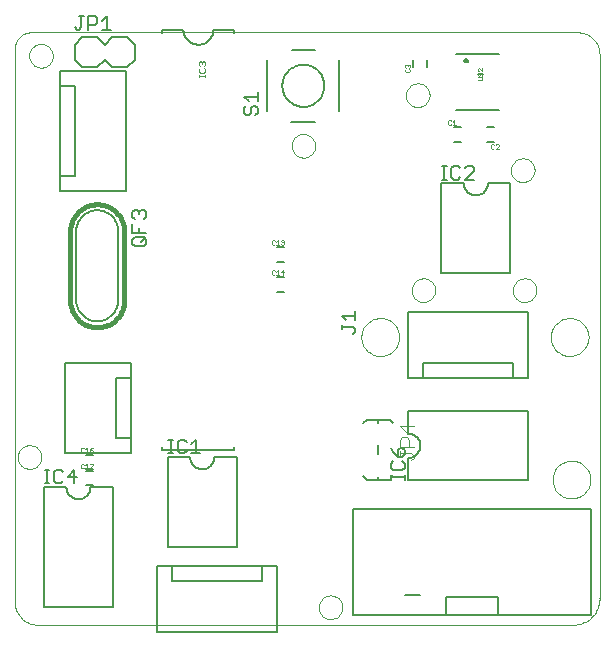
<source format=gto>
G75*
G70*
%OFA0B0*%
%FSLAX24Y24*%
%IPPOS*%
%LPD*%
%AMOC8*
5,1,8,0,0,1.08239X$1,22.5*
%
%ADD10C,0.0000*%
%ADD11C,0.0080*%
%ADD12C,0.0020*%
%ADD13C,0.0060*%
%ADD14C,0.0010*%
%ADD15C,0.0050*%
%ADD16C,0.0160*%
%ADD17C,0.0040*%
D10*
X001041Y000425D02*
X018944Y000425D01*
X018943Y000425D02*
X019001Y000428D01*
X019058Y000436D01*
X019114Y000448D01*
X019170Y000463D01*
X019224Y000481D01*
X019277Y000503D01*
X019329Y000529D01*
X019379Y000558D01*
X019427Y000590D01*
X019472Y000625D01*
X019515Y000663D01*
X019556Y000704D01*
X019594Y000748D01*
X019629Y000793D01*
X019661Y000841D01*
X019689Y000891D01*
X019715Y000943D01*
X019736Y000996D01*
X019755Y001051D01*
X019770Y001107D01*
X019781Y001163D01*
X019788Y001220D01*
X019792Y001278D01*
X019791Y001335D01*
X019792Y001335D02*
X019792Y019447D01*
X019790Y019499D01*
X019785Y019550D01*
X019775Y019601D01*
X019763Y019651D01*
X019746Y019700D01*
X019726Y019748D01*
X019703Y019794D01*
X019677Y019839D01*
X019647Y019881D01*
X019615Y019922D01*
X019580Y019960D01*
X019542Y019995D01*
X019501Y020027D01*
X019459Y020057D01*
X019414Y020083D01*
X019368Y020106D01*
X019320Y020126D01*
X019271Y020143D01*
X019221Y020155D01*
X019170Y020165D01*
X019119Y020170D01*
X019067Y020172D01*
X000841Y020172D01*
X000796Y020170D01*
X000751Y020165D01*
X000707Y020155D01*
X000664Y020143D01*
X000622Y020126D01*
X000582Y020106D01*
X000543Y020083D01*
X000507Y020057D01*
X000473Y020028D01*
X000441Y019996D01*
X000412Y019962D01*
X000386Y019926D01*
X000363Y019887D01*
X000343Y019847D01*
X000326Y019805D01*
X000314Y019762D01*
X000304Y019718D01*
X000299Y019673D01*
X000297Y019628D01*
X000297Y001232D01*
X000296Y001177D01*
X000300Y001121D01*
X000308Y001066D01*
X000319Y001012D01*
X000335Y000959D01*
X000354Y000907D01*
X000377Y000856D01*
X000403Y000808D01*
X000433Y000761D01*
X000466Y000716D01*
X000502Y000674D01*
X000541Y000635D01*
X000583Y000598D01*
X000627Y000565D01*
X000673Y000535D01*
X000722Y000508D01*
X000772Y000485D01*
X000824Y000465D01*
X000877Y000449D01*
X000932Y000437D01*
X000986Y000429D01*
X001042Y000425D01*
X000403Y006017D02*
X000405Y006056D01*
X000411Y006095D01*
X000421Y006133D01*
X000434Y006170D01*
X000451Y006205D01*
X000471Y006239D01*
X000495Y006270D01*
X000522Y006299D01*
X000551Y006325D01*
X000583Y006348D01*
X000617Y006368D01*
X000653Y006384D01*
X000690Y006396D01*
X000729Y006405D01*
X000768Y006410D01*
X000807Y006411D01*
X000846Y006408D01*
X000885Y006401D01*
X000922Y006390D01*
X000959Y006376D01*
X000994Y006358D01*
X001027Y006337D01*
X001058Y006312D01*
X001086Y006285D01*
X001111Y006255D01*
X001133Y006222D01*
X001152Y006188D01*
X001167Y006152D01*
X001179Y006114D01*
X001187Y006076D01*
X001191Y006037D01*
X001191Y005997D01*
X001187Y005958D01*
X001179Y005920D01*
X001167Y005882D01*
X001152Y005846D01*
X001133Y005812D01*
X001111Y005779D01*
X001086Y005749D01*
X001058Y005722D01*
X001027Y005697D01*
X000994Y005676D01*
X000959Y005658D01*
X000922Y005644D01*
X000885Y005633D01*
X000846Y005626D01*
X000807Y005623D01*
X000768Y005624D01*
X000729Y005629D01*
X000690Y005638D01*
X000653Y005650D01*
X000617Y005666D01*
X000583Y005686D01*
X000551Y005709D01*
X000522Y005735D01*
X000495Y005764D01*
X000471Y005795D01*
X000451Y005829D01*
X000434Y005864D01*
X000421Y005901D01*
X000411Y005939D01*
X000405Y005978D01*
X000403Y006017D01*
X009528Y016392D02*
X009530Y016431D01*
X009536Y016470D01*
X009546Y016508D01*
X009559Y016545D01*
X009576Y016580D01*
X009596Y016614D01*
X009620Y016645D01*
X009647Y016674D01*
X009676Y016700D01*
X009708Y016723D01*
X009742Y016743D01*
X009778Y016759D01*
X009815Y016771D01*
X009854Y016780D01*
X009893Y016785D01*
X009932Y016786D01*
X009971Y016783D01*
X010010Y016776D01*
X010047Y016765D01*
X010084Y016751D01*
X010119Y016733D01*
X010152Y016712D01*
X010183Y016687D01*
X010211Y016660D01*
X010236Y016630D01*
X010258Y016597D01*
X010277Y016563D01*
X010292Y016527D01*
X010304Y016489D01*
X010312Y016451D01*
X010316Y016412D01*
X010316Y016372D01*
X010312Y016333D01*
X010304Y016295D01*
X010292Y016257D01*
X010277Y016221D01*
X010258Y016187D01*
X010236Y016154D01*
X010211Y016124D01*
X010183Y016097D01*
X010152Y016072D01*
X010119Y016051D01*
X010084Y016033D01*
X010047Y016019D01*
X010010Y016008D01*
X009971Y016001D01*
X009932Y015998D01*
X009893Y015999D01*
X009854Y016004D01*
X009815Y016013D01*
X009778Y016025D01*
X009742Y016041D01*
X009708Y016061D01*
X009676Y016084D01*
X009647Y016110D01*
X009620Y016139D01*
X009596Y016170D01*
X009576Y016204D01*
X009559Y016239D01*
X009546Y016276D01*
X009536Y016314D01*
X009530Y016353D01*
X009528Y016392D01*
X013340Y018080D02*
X013342Y018119D01*
X013348Y018158D01*
X013358Y018196D01*
X013371Y018233D01*
X013388Y018268D01*
X013408Y018302D01*
X013432Y018333D01*
X013459Y018362D01*
X013488Y018388D01*
X013520Y018411D01*
X013554Y018431D01*
X013590Y018447D01*
X013627Y018459D01*
X013666Y018468D01*
X013705Y018473D01*
X013744Y018474D01*
X013783Y018471D01*
X013822Y018464D01*
X013859Y018453D01*
X013896Y018439D01*
X013931Y018421D01*
X013964Y018400D01*
X013995Y018375D01*
X014023Y018348D01*
X014048Y018318D01*
X014070Y018285D01*
X014089Y018251D01*
X014104Y018215D01*
X014116Y018177D01*
X014124Y018139D01*
X014128Y018100D01*
X014128Y018060D01*
X014124Y018021D01*
X014116Y017983D01*
X014104Y017945D01*
X014089Y017909D01*
X014070Y017875D01*
X014048Y017842D01*
X014023Y017812D01*
X013995Y017785D01*
X013964Y017760D01*
X013931Y017739D01*
X013896Y017721D01*
X013859Y017707D01*
X013822Y017696D01*
X013783Y017689D01*
X013744Y017686D01*
X013705Y017687D01*
X013666Y017692D01*
X013627Y017701D01*
X013590Y017713D01*
X013554Y017729D01*
X013520Y017749D01*
X013488Y017772D01*
X013459Y017798D01*
X013432Y017827D01*
X013408Y017858D01*
X013388Y017892D01*
X013371Y017927D01*
X013358Y017964D01*
X013348Y018002D01*
X013342Y018041D01*
X013340Y018080D01*
X016840Y015580D02*
X016842Y015619D01*
X016848Y015658D01*
X016858Y015696D01*
X016871Y015733D01*
X016888Y015768D01*
X016908Y015802D01*
X016932Y015833D01*
X016959Y015862D01*
X016988Y015888D01*
X017020Y015911D01*
X017054Y015931D01*
X017090Y015947D01*
X017127Y015959D01*
X017166Y015968D01*
X017205Y015973D01*
X017244Y015974D01*
X017283Y015971D01*
X017322Y015964D01*
X017359Y015953D01*
X017396Y015939D01*
X017431Y015921D01*
X017464Y015900D01*
X017495Y015875D01*
X017523Y015848D01*
X017548Y015818D01*
X017570Y015785D01*
X017589Y015751D01*
X017604Y015715D01*
X017616Y015677D01*
X017624Y015639D01*
X017628Y015600D01*
X017628Y015560D01*
X017624Y015521D01*
X017616Y015483D01*
X017604Y015445D01*
X017589Y015409D01*
X017570Y015375D01*
X017548Y015342D01*
X017523Y015312D01*
X017495Y015285D01*
X017464Y015260D01*
X017431Y015239D01*
X017396Y015221D01*
X017359Y015207D01*
X017322Y015196D01*
X017283Y015189D01*
X017244Y015186D01*
X017205Y015187D01*
X017166Y015192D01*
X017127Y015201D01*
X017090Y015213D01*
X017054Y015229D01*
X017020Y015249D01*
X016988Y015272D01*
X016959Y015298D01*
X016932Y015327D01*
X016908Y015358D01*
X016888Y015392D01*
X016871Y015427D01*
X016858Y015464D01*
X016848Y015502D01*
X016842Y015541D01*
X016840Y015580D01*
X016903Y011580D02*
X016905Y011619D01*
X016911Y011658D01*
X016921Y011696D01*
X016934Y011733D01*
X016951Y011768D01*
X016971Y011802D01*
X016995Y011833D01*
X017022Y011862D01*
X017051Y011888D01*
X017083Y011911D01*
X017117Y011931D01*
X017153Y011947D01*
X017190Y011959D01*
X017229Y011968D01*
X017268Y011973D01*
X017307Y011974D01*
X017346Y011971D01*
X017385Y011964D01*
X017422Y011953D01*
X017459Y011939D01*
X017494Y011921D01*
X017527Y011900D01*
X017558Y011875D01*
X017586Y011848D01*
X017611Y011818D01*
X017633Y011785D01*
X017652Y011751D01*
X017667Y011715D01*
X017679Y011677D01*
X017687Y011639D01*
X017691Y011600D01*
X017691Y011560D01*
X017687Y011521D01*
X017679Y011483D01*
X017667Y011445D01*
X017652Y011409D01*
X017633Y011375D01*
X017611Y011342D01*
X017586Y011312D01*
X017558Y011285D01*
X017527Y011260D01*
X017494Y011239D01*
X017459Y011221D01*
X017422Y011207D01*
X017385Y011196D01*
X017346Y011189D01*
X017307Y011186D01*
X017268Y011187D01*
X017229Y011192D01*
X017190Y011201D01*
X017153Y011213D01*
X017117Y011229D01*
X017083Y011249D01*
X017051Y011272D01*
X017022Y011298D01*
X016995Y011327D01*
X016971Y011358D01*
X016951Y011392D01*
X016934Y011427D01*
X016921Y011464D01*
X016911Y011502D01*
X016905Y011541D01*
X016903Y011580D01*
X018167Y010017D02*
X018169Y010067D01*
X018175Y010117D01*
X018185Y010166D01*
X018199Y010214D01*
X018216Y010261D01*
X018237Y010306D01*
X018262Y010350D01*
X018290Y010391D01*
X018322Y010430D01*
X018356Y010467D01*
X018393Y010501D01*
X018433Y010531D01*
X018475Y010558D01*
X018519Y010582D01*
X018565Y010603D01*
X018612Y010619D01*
X018660Y010632D01*
X018710Y010641D01*
X018759Y010646D01*
X018810Y010647D01*
X018860Y010644D01*
X018909Y010637D01*
X018958Y010626D01*
X019006Y010611D01*
X019052Y010593D01*
X019097Y010571D01*
X019140Y010545D01*
X019181Y010516D01*
X019220Y010484D01*
X019256Y010449D01*
X019288Y010411D01*
X019318Y010371D01*
X019345Y010328D01*
X019368Y010284D01*
X019387Y010238D01*
X019403Y010190D01*
X019415Y010141D01*
X019423Y010092D01*
X019427Y010042D01*
X019427Y009992D01*
X019423Y009942D01*
X019415Y009893D01*
X019403Y009844D01*
X019387Y009796D01*
X019368Y009750D01*
X019345Y009706D01*
X019318Y009663D01*
X019288Y009623D01*
X019256Y009585D01*
X019220Y009550D01*
X019181Y009518D01*
X019140Y009489D01*
X019097Y009463D01*
X019052Y009441D01*
X019006Y009423D01*
X018958Y009408D01*
X018909Y009397D01*
X018860Y009390D01*
X018810Y009387D01*
X018759Y009388D01*
X018710Y009393D01*
X018660Y009402D01*
X018612Y009415D01*
X018565Y009431D01*
X018519Y009452D01*
X018475Y009476D01*
X018433Y009503D01*
X018393Y009533D01*
X018356Y009567D01*
X018322Y009604D01*
X018290Y009643D01*
X018262Y009684D01*
X018237Y009728D01*
X018216Y009773D01*
X018199Y009820D01*
X018185Y009868D01*
X018175Y009917D01*
X018169Y009967D01*
X018167Y010017D01*
X013528Y011580D02*
X013530Y011619D01*
X013536Y011658D01*
X013546Y011696D01*
X013559Y011733D01*
X013576Y011768D01*
X013596Y011802D01*
X013620Y011833D01*
X013647Y011862D01*
X013676Y011888D01*
X013708Y011911D01*
X013742Y011931D01*
X013778Y011947D01*
X013815Y011959D01*
X013854Y011968D01*
X013893Y011973D01*
X013932Y011974D01*
X013971Y011971D01*
X014010Y011964D01*
X014047Y011953D01*
X014084Y011939D01*
X014119Y011921D01*
X014152Y011900D01*
X014183Y011875D01*
X014211Y011848D01*
X014236Y011818D01*
X014258Y011785D01*
X014277Y011751D01*
X014292Y011715D01*
X014304Y011677D01*
X014312Y011639D01*
X014316Y011600D01*
X014316Y011560D01*
X014312Y011521D01*
X014304Y011483D01*
X014292Y011445D01*
X014277Y011409D01*
X014258Y011375D01*
X014236Y011342D01*
X014211Y011312D01*
X014183Y011285D01*
X014152Y011260D01*
X014119Y011239D01*
X014084Y011221D01*
X014047Y011207D01*
X014010Y011196D01*
X013971Y011189D01*
X013932Y011186D01*
X013893Y011187D01*
X013854Y011192D01*
X013815Y011201D01*
X013778Y011213D01*
X013742Y011229D01*
X013708Y011249D01*
X013676Y011272D01*
X013647Y011298D01*
X013620Y011327D01*
X013596Y011358D01*
X013576Y011392D01*
X013559Y011427D01*
X013546Y011464D01*
X013536Y011502D01*
X013530Y011541D01*
X013528Y011580D01*
X011854Y010017D02*
X011856Y010067D01*
X011862Y010117D01*
X011872Y010166D01*
X011886Y010214D01*
X011903Y010261D01*
X011924Y010306D01*
X011949Y010350D01*
X011977Y010391D01*
X012009Y010430D01*
X012043Y010467D01*
X012080Y010501D01*
X012120Y010531D01*
X012162Y010558D01*
X012206Y010582D01*
X012252Y010603D01*
X012299Y010619D01*
X012347Y010632D01*
X012397Y010641D01*
X012446Y010646D01*
X012497Y010647D01*
X012547Y010644D01*
X012596Y010637D01*
X012645Y010626D01*
X012693Y010611D01*
X012739Y010593D01*
X012784Y010571D01*
X012827Y010545D01*
X012868Y010516D01*
X012907Y010484D01*
X012943Y010449D01*
X012975Y010411D01*
X013005Y010371D01*
X013032Y010328D01*
X013055Y010284D01*
X013074Y010238D01*
X013090Y010190D01*
X013102Y010141D01*
X013110Y010092D01*
X013114Y010042D01*
X013114Y009992D01*
X013110Y009942D01*
X013102Y009893D01*
X013090Y009844D01*
X013074Y009796D01*
X013055Y009750D01*
X013032Y009706D01*
X013005Y009663D01*
X012975Y009623D01*
X012943Y009585D01*
X012907Y009550D01*
X012868Y009518D01*
X012827Y009489D01*
X012784Y009463D01*
X012739Y009441D01*
X012693Y009423D01*
X012645Y009408D01*
X012596Y009397D01*
X012547Y009390D01*
X012497Y009387D01*
X012446Y009388D01*
X012397Y009393D01*
X012347Y009402D01*
X012299Y009415D01*
X012252Y009431D01*
X012206Y009452D01*
X012162Y009476D01*
X012120Y009503D01*
X012080Y009533D01*
X012043Y009567D01*
X012009Y009604D01*
X011977Y009643D01*
X011949Y009684D01*
X011924Y009728D01*
X011903Y009773D01*
X011886Y009820D01*
X011872Y009868D01*
X011862Y009917D01*
X011856Y009967D01*
X011854Y010017D01*
X018229Y005267D02*
X018231Y005317D01*
X018237Y005367D01*
X018247Y005416D01*
X018261Y005464D01*
X018278Y005511D01*
X018299Y005556D01*
X018324Y005600D01*
X018352Y005641D01*
X018384Y005680D01*
X018418Y005717D01*
X018455Y005751D01*
X018495Y005781D01*
X018537Y005808D01*
X018581Y005832D01*
X018627Y005853D01*
X018674Y005869D01*
X018722Y005882D01*
X018772Y005891D01*
X018821Y005896D01*
X018872Y005897D01*
X018922Y005894D01*
X018971Y005887D01*
X019020Y005876D01*
X019068Y005861D01*
X019114Y005843D01*
X019159Y005821D01*
X019202Y005795D01*
X019243Y005766D01*
X019282Y005734D01*
X019318Y005699D01*
X019350Y005661D01*
X019380Y005621D01*
X019407Y005578D01*
X019430Y005534D01*
X019449Y005488D01*
X019465Y005440D01*
X019477Y005391D01*
X019485Y005342D01*
X019489Y005292D01*
X019489Y005242D01*
X019485Y005192D01*
X019477Y005143D01*
X019465Y005094D01*
X019449Y005046D01*
X019430Y005000D01*
X019407Y004956D01*
X019380Y004913D01*
X019350Y004873D01*
X019318Y004835D01*
X019282Y004800D01*
X019243Y004768D01*
X019202Y004739D01*
X019159Y004713D01*
X019114Y004691D01*
X019068Y004673D01*
X019020Y004658D01*
X018971Y004647D01*
X018922Y004640D01*
X018872Y004637D01*
X018821Y004638D01*
X018772Y004643D01*
X018722Y004652D01*
X018674Y004665D01*
X018627Y004681D01*
X018581Y004702D01*
X018537Y004726D01*
X018495Y004753D01*
X018455Y004783D01*
X018418Y004817D01*
X018384Y004854D01*
X018352Y004893D01*
X018324Y004934D01*
X018299Y004978D01*
X018278Y005023D01*
X018261Y005070D01*
X018247Y005118D01*
X018237Y005167D01*
X018231Y005217D01*
X018229Y005267D01*
X010437Y001010D02*
X010439Y001049D01*
X010445Y001088D01*
X010455Y001126D01*
X010468Y001163D01*
X010485Y001198D01*
X010505Y001232D01*
X010529Y001263D01*
X010556Y001292D01*
X010585Y001318D01*
X010617Y001341D01*
X010651Y001361D01*
X010687Y001377D01*
X010724Y001389D01*
X010763Y001398D01*
X010802Y001403D01*
X010841Y001404D01*
X010880Y001401D01*
X010919Y001394D01*
X010956Y001383D01*
X010993Y001369D01*
X011028Y001351D01*
X011061Y001330D01*
X011092Y001305D01*
X011120Y001278D01*
X011145Y001248D01*
X011167Y001215D01*
X011186Y001181D01*
X011201Y001145D01*
X011213Y001107D01*
X011221Y001069D01*
X011225Y001030D01*
X011225Y000990D01*
X011221Y000951D01*
X011213Y000913D01*
X011201Y000875D01*
X011186Y000839D01*
X011167Y000805D01*
X011145Y000772D01*
X011120Y000742D01*
X011092Y000715D01*
X011061Y000690D01*
X011028Y000669D01*
X010993Y000651D01*
X010956Y000637D01*
X010919Y000626D01*
X010880Y000619D01*
X010841Y000616D01*
X010802Y000617D01*
X010763Y000622D01*
X010724Y000631D01*
X010687Y000643D01*
X010651Y000659D01*
X010617Y000679D01*
X010585Y000702D01*
X010556Y000728D01*
X010529Y000757D01*
X010505Y000788D01*
X010485Y000822D01*
X010468Y000857D01*
X010455Y000894D01*
X010445Y000932D01*
X010439Y000971D01*
X010437Y001010D01*
X000778Y019392D02*
X000780Y019431D01*
X000786Y019470D01*
X000796Y019508D01*
X000809Y019545D01*
X000826Y019580D01*
X000846Y019614D01*
X000870Y019645D01*
X000897Y019674D01*
X000926Y019700D01*
X000958Y019723D01*
X000992Y019743D01*
X001028Y019759D01*
X001065Y019771D01*
X001104Y019780D01*
X001143Y019785D01*
X001182Y019786D01*
X001221Y019783D01*
X001260Y019776D01*
X001297Y019765D01*
X001334Y019751D01*
X001369Y019733D01*
X001402Y019712D01*
X001433Y019687D01*
X001461Y019660D01*
X001486Y019630D01*
X001508Y019597D01*
X001527Y019563D01*
X001542Y019527D01*
X001554Y019489D01*
X001562Y019451D01*
X001566Y019412D01*
X001566Y019372D01*
X001562Y019333D01*
X001554Y019295D01*
X001542Y019257D01*
X001527Y019221D01*
X001508Y019187D01*
X001486Y019154D01*
X001461Y019124D01*
X001433Y019097D01*
X001402Y019072D01*
X001369Y019051D01*
X001334Y019033D01*
X001297Y019019D01*
X001260Y019008D01*
X001221Y019001D01*
X001182Y018998D01*
X001143Y018999D01*
X001104Y019004D01*
X001065Y019013D01*
X001028Y019025D01*
X000992Y019041D01*
X000958Y019061D01*
X000926Y019084D01*
X000897Y019110D01*
X000870Y019139D01*
X000846Y019170D01*
X000826Y019204D01*
X000809Y019239D01*
X000796Y019276D01*
X000786Y019314D01*
X000780Y019353D01*
X000778Y019392D01*
D11*
X002297Y019267D02*
X002547Y019017D01*
X003047Y019017D01*
X003297Y019267D01*
X003547Y019017D01*
X004047Y019017D01*
X004297Y019267D01*
X004297Y019767D01*
X004047Y020017D01*
X003547Y020017D01*
X003297Y019767D01*
X003047Y020017D01*
X002547Y020017D01*
X002297Y019767D01*
X002297Y019267D01*
X005222Y020167D02*
X005222Y020267D01*
X005922Y020267D01*
X005924Y020223D01*
X005930Y020180D01*
X005939Y020138D01*
X005952Y020096D01*
X005969Y020056D01*
X005989Y020017D01*
X006012Y019980D01*
X006039Y019946D01*
X006068Y019913D01*
X006101Y019884D01*
X006135Y019857D01*
X006172Y019834D01*
X006211Y019814D01*
X006251Y019797D01*
X006293Y019784D01*
X006335Y019775D01*
X006378Y019769D01*
X006422Y019767D01*
X006466Y019769D01*
X006509Y019775D01*
X006551Y019784D01*
X006593Y019797D01*
X006633Y019814D01*
X006672Y019834D01*
X006709Y019857D01*
X006743Y019884D01*
X006776Y019913D01*
X006805Y019946D01*
X006832Y019980D01*
X006855Y020017D01*
X006875Y020056D01*
X006892Y020096D01*
X006905Y020138D01*
X006914Y020180D01*
X006920Y020223D01*
X006922Y020267D01*
X007622Y020267D01*
X007622Y020167D01*
X008722Y019242D02*
X008722Y017542D01*
X009517Y017192D02*
X010322Y017192D01*
X011122Y017542D02*
X011122Y019242D01*
X010322Y019592D02*
X009529Y019592D01*
X009222Y018392D02*
X009224Y018444D01*
X009230Y018496D01*
X009240Y018548D01*
X009253Y018598D01*
X009270Y018648D01*
X009291Y018696D01*
X009316Y018742D01*
X009344Y018786D01*
X009375Y018828D01*
X009409Y018868D01*
X009446Y018905D01*
X009486Y018939D01*
X009528Y018970D01*
X009572Y018998D01*
X009618Y019023D01*
X009666Y019044D01*
X009716Y019061D01*
X009766Y019074D01*
X009818Y019084D01*
X009870Y019090D01*
X009922Y019092D01*
X009974Y019090D01*
X010026Y019084D01*
X010078Y019074D01*
X010128Y019061D01*
X010178Y019044D01*
X010226Y019023D01*
X010272Y018998D01*
X010316Y018970D01*
X010358Y018939D01*
X010398Y018905D01*
X010435Y018868D01*
X010469Y018828D01*
X010500Y018786D01*
X010528Y018742D01*
X010553Y018696D01*
X010574Y018648D01*
X010591Y018598D01*
X010604Y018548D01*
X010614Y018496D01*
X010620Y018444D01*
X010622Y018392D01*
X010620Y018340D01*
X010614Y018288D01*
X010604Y018236D01*
X010591Y018186D01*
X010574Y018136D01*
X010553Y018088D01*
X010528Y018042D01*
X010500Y017998D01*
X010469Y017956D01*
X010435Y017916D01*
X010398Y017879D01*
X010358Y017845D01*
X010316Y017814D01*
X010272Y017786D01*
X010226Y017761D01*
X010178Y017740D01*
X010128Y017723D01*
X010078Y017710D01*
X010026Y017700D01*
X009974Y017694D01*
X009922Y017692D01*
X009870Y017694D01*
X009818Y017700D01*
X009766Y017710D01*
X009716Y017723D01*
X009666Y017740D01*
X009618Y017761D01*
X009572Y017786D01*
X009528Y017814D01*
X009486Y017845D01*
X009446Y017879D01*
X009409Y017916D01*
X009375Y017956D01*
X009344Y017998D01*
X009316Y018042D01*
X009291Y018088D01*
X009270Y018136D01*
X009253Y018186D01*
X009240Y018236D01*
X009230Y018288D01*
X009224Y018340D01*
X009222Y018392D01*
X015287Y019227D02*
X015289Y019242D01*
X015295Y019255D01*
X015304Y019267D01*
X015315Y019276D01*
X015329Y019282D01*
X015344Y019284D01*
X015359Y019282D01*
X015372Y019276D01*
X015384Y019267D01*
X015393Y019256D01*
X015399Y019242D01*
X015401Y019227D01*
X015399Y019212D01*
X015393Y019199D01*
X015384Y019187D01*
X015373Y019178D01*
X015359Y019172D01*
X015344Y019170D01*
X015329Y019172D01*
X015316Y019178D01*
X015304Y019187D01*
X015295Y019198D01*
X015289Y019212D01*
X015287Y019227D01*
X012812Y007267D02*
X012422Y007267D01*
X012032Y007267D01*
X011922Y007157D01*
X012422Y007167D02*
X012422Y007267D01*
X012812Y007267D02*
X012922Y007157D01*
X012422Y006417D02*
X012422Y006117D01*
X012422Y005367D02*
X012422Y005267D01*
X012812Y005267D01*
X012922Y005377D01*
X012422Y005267D02*
X012032Y005267D01*
X011922Y005377D01*
X011570Y004289D02*
X019523Y004289D01*
X019523Y000746D01*
X016413Y000746D01*
X016413Y001336D01*
X014681Y001336D01*
X014681Y000746D01*
X011570Y000746D01*
X011570Y004249D01*
X013297Y001425D02*
X013797Y001425D01*
X014681Y000746D02*
X016413Y000746D01*
X007622Y006267D02*
X007622Y006367D01*
X007622Y006267D02*
X005222Y006267D01*
X005222Y006367D01*
D12*
X006432Y018688D02*
X006432Y018761D01*
X006432Y018725D02*
X006652Y018725D01*
X006652Y018761D02*
X006652Y018688D01*
X006615Y018835D02*
X006652Y018872D01*
X006652Y018945D01*
X006615Y018982D01*
X006615Y019056D02*
X006652Y019093D01*
X006652Y019166D01*
X006615Y019203D01*
X006578Y019203D01*
X006542Y019166D01*
X006542Y019130D01*
X006542Y019166D02*
X006505Y019203D01*
X006468Y019203D01*
X006432Y019166D01*
X006432Y019093D01*
X006468Y019056D01*
X006468Y018982D02*
X006432Y018945D01*
X006432Y018872D01*
X006468Y018835D01*
X006615Y018835D01*
D13*
X003747Y013542D02*
X003747Y011242D01*
X003745Y011191D01*
X003740Y011140D01*
X003730Y011090D01*
X003717Y011040D01*
X003701Y010992D01*
X003681Y010945D01*
X003657Y010899D01*
X003631Y010856D01*
X003601Y010814D01*
X003568Y010775D01*
X003533Y010738D01*
X003495Y010704D01*
X003454Y010673D01*
X003412Y010644D01*
X003367Y010619D01*
X003321Y010598D01*
X003273Y010579D01*
X003224Y010565D01*
X003174Y010554D01*
X003124Y010546D01*
X003073Y010542D01*
X003021Y010542D01*
X002970Y010546D01*
X002920Y010554D01*
X002870Y010565D01*
X002821Y010579D01*
X002773Y010598D01*
X002727Y010619D01*
X002682Y010644D01*
X002640Y010673D01*
X002599Y010704D01*
X002561Y010738D01*
X002526Y010775D01*
X002493Y010814D01*
X002463Y010856D01*
X002437Y010899D01*
X002413Y010945D01*
X002393Y010992D01*
X002377Y011040D01*
X002364Y011090D01*
X002354Y011140D01*
X002349Y011191D01*
X002347Y011242D01*
X002347Y013542D01*
X002349Y013593D01*
X002354Y013644D01*
X002364Y013694D01*
X002377Y013744D01*
X002393Y013792D01*
X002413Y013839D01*
X002437Y013885D01*
X002463Y013928D01*
X002493Y013970D01*
X002526Y014009D01*
X002561Y014046D01*
X002599Y014080D01*
X002640Y014111D01*
X002682Y014140D01*
X002727Y014165D01*
X002773Y014186D01*
X002821Y014205D01*
X002870Y014219D01*
X002920Y014230D01*
X002970Y014238D01*
X003021Y014242D01*
X003073Y014242D01*
X003124Y014238D01*
X003174Y014230D01*
X003224Y014219D01*
X003273Y014205D01*
X003321Y014186D01*
X003367Y014165D01*
X003412Y014140D01*
X003454Y014111D01*
X003495Y014080D01*
X003533Y014046D01*
X003568Y014009D01*
X003601Y013970D01*
X003631Y013928D01*
X003657Y013885D01*
X003681Y013839D01*
X003701Y013792D01*
X003717Y013744D01*
X003730Y013694D01*
X003740Y013644D01*
X003745Y013593D01*
X003747Y013542D01*
X009054Y013003D02*
X009290Y013003D01*
X009290Y012531D02*
X009054Y012531D01*
X009054Y012003D02*
X009290Y012003D01*
X009290Y011531D02*
X009054Y011531D01*
X013422Y007542D02*
X013422Y006792D01*
X013461Y006790D01*
X013500Y006784D01*
X013538Y006775D01*
X013575Y006762D01*
X013611Y006745D01*
X013644Y006725D01*
X013676Y006701D01*
X013705Y006675D01*
X013731Y006646D01*
X013755Y006614D01*
X013775Y006581D01*
X013792Y006545D01*
X013805Y006508D01*
X013814Y006470D01*
X013820Y006431D01*
X013822Y006392D01*
X013820Y006353D01*
X013814Y006314D01*
X013805Y006276D01*
X013792Y006239D01*
X013775Y006203D01*
X013755Y006170D01*
X013731Y006138D01*
X013705Y006109D01*
X013676Y006083D01*
X013644Y006059D01*
X013611Y006039D01*
X013575Y006022D01*
X013538Y006009D01*
X013500Y006000D01*
X013461Y005994D01*
X013422Y005992D01*
X013422Y005242D01*
X017422Y005242D01*
X017422Y007542D01*
X013422Y007542D01*
X014522Y012142D02*
X016822Y012142D01*
X016822Y015142D01*
X016072Y015142D01*
X016070Y015103D01*
X016064Y015064D01*
X016055Y015026D01*
X016042Y014989D01*
X016025Y014953D01*
X016005Y014920D01*
X015981Y014888D01*
X015955Y014859D01*
X015926Y014833D01*
X015894Y014809D01*
X015861Y014789D01*
X015825Y014772D01*
X015788Y014759D01*
X015750Y014750D01*
X015711Y014744D01*
X015672Y014742D01*
X015633Y014744D01*
X015594Y014750D01*
X015556Y014759D01*
X015519Y014772D01*
X015483Y014789D01*
X015450Y014809D01*
X015418Y014833D01*
X015389Y014859D01*
X015363Y014888D01*
X015339Y014920D01*
X015319Y014953D01*
X015302Y014989D01*
X015289Y015026D01*
X015280Y015064D01*
X015274Y015103D01*
X015272Y015142D01*
X014522Y015142D01*
X014522Y012142D01*
X014929Y016531D02*
X015165Y016531D01*
X015165Y017003D02*
X014929Y017003D01*
X015024Y017587D02*
X016444Y017587D01*
X016290Y017003D02*
X016054Y017003D01*
X016054Y016531D02*
X016290Y016531D01*
X014033Y019024D02*
X014033Y019260D01*
X013560Y019260D02*
X013560Y019024D01*
X015024Y019447D02*
X016444Y019447D01*
X007697Y006017D02*
X006947Y006017D01*
X006945Y005978D01*
X006939Y005939D01*
X006930Y005901D01*
X006917Y005864D01*
X006900Y005828D01*
X006880Y005795D01*
X006856Y005763D01*
X006830Y005734D01*
X006801Y005708D01*
X006769Y005684D01*
X006736Y005664D01*
X006700Y005647D01*
X006663Y005634D01*
X006625Y005625D01*
X006586Y005619D01*
X006547Y005617D01*
X006508Y005619D01*
X006469Y005625D01*
X006431Y005634D01*
X006394Y005647D01*
X006358Y005664D01*
X006325Y005684D01*
X006293Y005708D01*
X006264Y005734D01*
X006238Y005763D01*
X006214Y005795D01*
X006194Y005828D01*
X006177Y005864D01*
X006164Y005901D01*
X006155Y005939D01*
X006149Y005978D01*
X006147Y006017D01*
X005397Y006017D01*
X005397Y003017D01*
X007697Y003017D01*
X007697Y006017D01*
X003572Y005017D02*
X002822Y005017D01*
X002915Y005070D02*
X002679Y005070D01*
X002822Y005017D02*
X002820Y004978D01*
X002814Y004939D01*
X002805Y004901D01*
X002792Y004864D01*
X002775Y004828D01*
X002755Y004795D01*
X002731Y004763D01*
X002705Y004734D01*
X002676Y004708D01*
X002644Y004684D01*
X002611Y004664D01*
X002575Y004647D01*
X002538Y004634D01*
X002500Y004625D01*
X002461Y004619D01*
X002422Y004617D01*
X002383Y004619D01*
X002344Y004625D01*
X002306Y004634D01*
X002269Y004647D01*
X002233Y004664D01*
X002200Y004684D01*
X002168Y004708D01*
X002139Y004734D01*
X002113Y004763D01*
X002089Y004795D01*
X002069Y004828D01*
X002052Y004864D01*
X002039Y004901D01*
X002030Y004939D01*
X002024Y004978D01*
X002022Y005017D01*
X001272Y005017D01*
X001272Y001017D01*
X003572Y001017D01*
X003572Y005017D01*
X002915Y005543D02*
X002679Y005543D01*
X002681Y005617D02*
X002917Y005617D01*
X002917Y006090D02*
X002681Y006090D01*
D14*
X002702Y006184D02*
X002702Y006334D01*
X002652Y006284D01*
X002604Y006309D02*
X002579Y006334D01*
X002529Y006334D01*
X002504Y006309D01*
X002504Y006209D01*
X002529Y006184D01*
X002579Y006184D01*
X002604Y006209D01*
X002652Y006184D02*
X002752Y006184D01*
X002799Y006209D02*
X002824Y006184D01*
X002874Y006184D01*
X002899Y006209D01*
X002899Y006234D01*
X002874Y006259D01*
X002799Y006259D01*
X002799Y006209D01*
X002799Y006259D02*
X002849Y006309D01*
X002899Y006334D01*
X002896Y005786D02*
X002796Y005786D01*
X002699Y005786D02*
X002699Y005636D01*
X002649Y005636D02*
X002749Y005636D01*
X002796Y005636D02*
X002796Y005661D01*
X002896Y005761D01*
X002896Y005786D01*
X002699Y005786D02*
X002649Y005736D01*
X002602Y005761D02*
X002577Y005786D01*
X002527Y005786D01*
X002502Y005761D01*
X002502Y005661D01*
X002527Y005636D01*
X002577Y005636D01*
X002602Y005661D01*
X008902Y012097D02*
X008952Y012097D01*
X008977Y012122D01*
X009024Y012097D02*
X009124Y012097D01*
X009074Y012097D02*
X009074Y012247D01*
X009024Y012197D01*
X008977Y012222D02*
X008952Y012247D01*
X008902Y012247D01*
X008877Y012222D01*
X008877Y012122D01*
X008902Y012097D01*
X009171Y012172D02*
X009246Y012247D01*
X009246Y012097D01*
X009271Y012172D02*
X009171Y012172D01*
X009196Y013097D02*
X009171Y013122D01*
X009196Y013097D02*
X009246Y013097D01*
X009271Y013122D01*
X009271Y013147D01*
X009246Y013172D01*
X009221Y013172D01*
X009246Y013172D02*
X009271Y013197D01*
X009271Y013222D01*
X009246Y013247D01*
X009196Y013247D01*
X009171Y013222D01*
X009074Y013247D02*
X009074Y013097D01*
X009024Y013097D02*
X009124Y013097D01*
X009024Y013197D02*
X009074Y013247D01*
X008977Y013222D02*
X008952Y013247D01*
X008902Y013247D01*
X008877Y013222D01*
X008877Y013122D01*
X008902Y013097D01*
X008952Y013097D01*
X008977Y013122D01*
X013342Y018847D02*
X013442Y018847D01*
X013467Y018872D01*
X013467Y018922D01*
X013442Y018947D01*
X013442Y018994D02*
X013467Y019019D01*
X013467Y019070D01*
X013442Y019095D01*
X013417Y019095D01*
X013392Y019070D01*
X013392Y019045D01*
X013392Y019070D02*
X013367Y019095D01*
X013342Y019095D01*
X013317Y019070D01*
X013317Y019019D01*
X013342Y018994D01*
X013342Y018947D02*
X013317Y018922D01*
X013317Y018872D01*
X013342Y018847D01*
X014777Y017247D02*
X014752Y017222D01*
X014752Y017122D01*
X014777Y017097D01*
X014827Y017097D01*
X014852Y017122D01*
X014899Y017097D02*
X014999Y017097D01*
X014949Y017097D02*
X014949Y017247D01*
X014899Y017197D01*
X014852Y017222D02*
X014827Y017247D01*
X014777Y017247D01*
X015739Y018580D02*
X015864Y018580D01*
X015889Y018605D01*
X015889Y018655D01*
X015864Y018680D01*
X015739Y018680D01*
X015764Y018728D02*
X015739Y018753D01*
X015739Y018803D01*
X015764Y018828D01*
X015764Y018875D02*
X015739Y018900D01*
X015739Y018950D01*
X015764Y018975D01*
X015789Y018975D01*
X015889Y018875D01*
X015889Y018975D01*
X015864Y018828D02*
X015839Y018828D01*
X015814Y018803D01*
X015814Y018753D01*
X015789Y018728D01*
X015764Y018728D01*
X015714Y018778D02*
X015914Y018778D01*
X015889Y018803D02*
X015864Y018828D01*
X015889Y018803D02*
X015889Y018753D01*
X015864Y018728D01*
X016207Y016437D02*
X016182Y016412D01*
X016182Y016312D01*
X016207Y016287D01*
X016257Y016287D01*
X016282Y016312D01*
X016329Y016287D02*
X016429Y016387D01*
X016429Y016412D01*
X016404Y016437D01*
X016354Y016437D01*
X016329Y016412D01*
X016282Y016412D02*
X016257Y016437D01*
X016207Y016437D01*
X016329Y016287D02*
X016429Y016287D01*
D15*
X015614Y015642D02*
X015539Y015718D01*
X015389Y015718D01*
X015314Y015642D01*
X015154Y015642D02*
X015079Y015718D01*
X014929Y015718D01*
X014854Y015642D01*
X014854Y015342D01*
X014929Y015267D01*
X015079Y015267D01*
X015154Y015342D01*
X015314Y015267D02*
X015614Y015567D01*
X015614Y015642D01*
X015614Y015267D02*
X015314Y015267D01*
X014697Y015267D02*
X014547Y015267D01*
X014622Y015267D02*
X014622Y015718D01*
X014547Y015718D02*
X014697Y015718D01*
X013422Y010842D02*
X017422Y010842D01*
X017422Y008642D01*
X016922Y008642D01*
X016922Y009142D01*
X013922Y009142D01*
X013922Y008642D01*
X013422Y008642D01*
X013422Y010842D01*
X011647Y010882D02*
X011647Y010582D01*
X011647Y010732D02*
X011196Y010732D01*
X011346Y010582D01*
X011196Y010422D02*
X011196Y010272D01*
X011196Y010347D02*
X011572Y010347D01*
X011647Y010272D01*
X011647Y010196D01*
X011572Y010121D01*
X013922Y008642D02*
X016922Y008642D01*
X013297Y006260D02*
X013222Y006335D01*
X013147Y006335D01*
X013072Y006260D01*
X013072Y006034D01*
X013222Y006034D01*
X013297Y006109D01*
X013297Y006260D01*
X013072Y006034D02*
X012921Y006185D01*
X012846Y006335D01*
X012921Y005874D02*
X012846Y005799D01*
X012846Y005649D01*
X012921Y005574D01*
X013222Y005574D01*
X013297Y005649D01*
X013297Y005799D01*
X013222Y005874D01*
X013297Y005417D02*
X013297Y005267D01*
X013297Y005342D02*
X012846Y005342D01*
X012846Y005267D02*
X012846Y005417D01*
X009047Y002392D02*
X008547Y002392D01*
X008547Y001892D01*
X005547Y001892D01*
X005547Y002392D01*
X008547Y002392D01*
X009047Y002392D02*
X009047Y000192D01*
X005047Y000192D01*
X005047Y002392D01*
X005547Y002392D01*
X002289Y005142D02*
X002289Y005593D01*
X002064Y005367D01*
X002364Y005367D01*
X001904Y005217D02*
X001829Y005142D01*
X001679Y005142D01*
X001604Y005217D01*
X001604Y005517D01*
X001679Y005593D01*
X001829Y005593D01*
X001904Y005517D01*
X001447Y005593D02*
X001297Y005593D01*
X001372Y005593D02*
X001372Y005142D01*
X001297Y005142D02*
X001447Y005142D01*
X001972Y006142D02*
X001972Y009142D01*
X004172Y009142D01*
X004172Y008642D01*
X003672Y008642D01*
X003672Y006642D01*
X004172Y006642D01*
X004172Y006142D01*
X001972Y006142D01*
X004172Y006642D02*
X004172Y008642D01*
X005422Y006593D02*
X005572Y006593D01*
X005497Y006593D02*
X005497Y006142D01*
X005422Y006142D02*
X005572Y006142D01*
X005729Y006217D02*
X005804Y006142D01*
X005954Y006142D01*
X006029Y006217D01*
X006189Y006142D02*
X006489Y006142D01*
X006339Y006142D02*
X006339Y006593D01*
X006189Y006442D01*
X006029Y006517D02*
X005954Y006593D01*
X005804Y006593D01*
X005729Y006517D01*
X005729Y006217D01*
X004597Y013036D02*
X004296Y013036D01*
X004221Y013111D01*
X004221Y013261D01*
X004296Y013336D01*
X004597Y013336D01*
X004672Y013261D01*
X004672Y013111D01*
X004597Y013036D01*
X004522Y013186D02*
X004672Y013336D01*
X004672Y013496D02*
X004221Y013496D01*
X004221Y013797D01*
X004296Y013957D02*
X004221Y014032D01*
X004221Y014182D01*
X004296Y014257D01*
X004371Y014257D01*
X004447Y014182D01*
X004522Y014257D01*
X004597Y014257D01*
X004672Y014182D01*
X004672Y014032D01*
X004597Y013957D01*
X004447Y014107D02*
X004447Y014182D01*
X004447Y013646D02*
X004447Y013496D01*
X003997Y014892D02*
X003997Y018892D01*
X001797Y018892D01*
X001797Y018392D01*
X002297Y018392D01*
X002297Y015392D01*
X001797Y015392D01*
X001797Y018392D01*
X002367Y020262D02*
X002442Y020262D01*
X002517Y020337D01*
X002517Y020713D01*
X002442Y020713D02*
X002592Y020713D01*
X002752Y020713D02*
X002977Y020713D01*
X003052Y020637D01*
X003052Y020487D01*
X002977Y020412D01*
X002752Y020412D01*
X002752Y020262D02*
X002752Y020713D01*
X003212Y020562D02*
X003363Y020713D01*
X003363Y020262D01*
X003513Y020262D02*
X003212Y020262D01*
X002367Y020262D02*
X002292Y020337D01*
X001797Y015392D02*
X001797Y014892D01*
X003997Y014892D01*
X007946Y017492D02*
X008021Y017417D01*
X008096Y017417D01*
X008172Y017492D01*
X008172Y017642D01*
X008247Y017717D01*
X008322Y017717D01*
X008397Y017642D01*
X008397Y017492D01*
X008322Y017417D01*
X007946Y017492D02*
X007946Y017642D01*
X008021Y017717D01*
X008096Y017878D02*
X007946Y018028D01*
X008397Y018028D01*
X008397Y017878D02*
X008397Y018178D01*
D16*
X003947Y013542D02*
X003947Y011242D01*
X003945Y011183D01*
X003939Y011125D01*
X003930Y011066D01*
X003916Y011009D01*
X003899Y010953D01*
X003878Y010898D01*
X003854Y010844D01*
X003826Y010792D01*
X003795Y010742D01*
X003761Y010694D01*
X003724Y010649D01*
X003683Y010606D01*
X003640Y010565D01*
X003595Y010528D01*
X003547Y010494D01*
X003497Y010463D01*
X003445Y010435D01*
X003391Y010411D01*
X003336Y010390D01*
X003280Y010373D01*
X003223Y010359D01*
X003164Y010350D01*
X003106Y010344D01*
X003047Y010342D01*
X002988Y010344D01*
X002930Y010350D01*
X002871Y010359D01*
X002814Y010373D01*
X002758Y010390D01*
X002703Y010411D01*
X002649Y010435D01*
X002597Y010463D01*
X002547Y010494D01*
X002499Y010528D01*
X002454Y010565D01*
X002411Y010606D01*
X002370Y010649D01*
X002333Y010694D01*
X002299Y010742D01*
X002268Y010792D01*
X002240Y010844D01*
X002216Y010898D01*
X002195Y010953D01*
X002178Y011009D01*
X002164Y011066D01*
X002155Y011125D01*
X002149Y011183D01*
X002147Y011242D01*
X002147Y013542D01*
X002149Y013601D01*
X002155Y013659D01*
X002164Y013718D01*
X002178Y013775D01*
X002195Y013831D01*
X002216Y013886D01*
X002240Y013940D01*
X002268Y013992D01*
X002299Y014042D01*
X002333Y014090D01*
X002370Y014135D01*
X002411Y014178D01*
X002454Y014219D01*
X002499Y014256D01*
X002547Y014290D01*
X002597Y014321D01*
X002649Y014349D01*
X002703Y014373D01*
X002758Y014394D01*
X002814Y014411D01*
X002871Y014425D01*
X002930Y014434D01*
X002988Y014440D01*
X003047Y014442D01*
X003106Y014440D01*
X003164Y014434D01*
X003223Y014425D01*
X003280Y014411D01*
X003336Y014394D01*
X003391Y014373D01*
X003445Y014349D01*
X003497Y014321D01*
X003547Y014290D01*
X003595Y014256D01*
X003640Y014219D01*
X003683Y014178D01*
X003724Y014135D01*
X003761Y014090D01*
X003795Y014042D01*
X003826Y013992D01*
X003854Y013940D01*
X003878Y013886D01*
X003899Y013831D01*
X003916Y013775D01*
X003930Y013718D01*
X003939Y013659D01*
X003945Y013601D01*
X003947Y013542D01*
D17*
X013141Y007057D02*
X013372Y006827D01*
X013372Y007134D01*
X013602Y007057D02*
X013141Y007057D01*
X013218Y006673D02*
X013372Y006673D01*
X013448Y006597D01*
X013448Y006366D01*
X013602Y006366D02*
X013141Y006366D01*
X013141Y006597D01*
X013218Y006673D01*
X013141Y006213D02*
X013141Y006059D01*
X013141Y006136D02*
X013525Y006136D01*
X013602Y006059D01*
X013602Y005983D01*
X013525Y005906D01*
M02*

</source>
